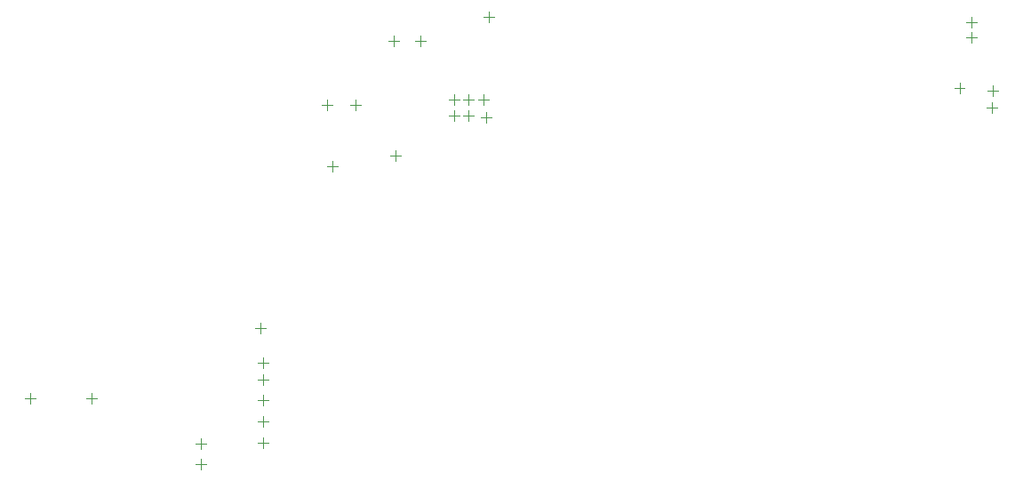
<source format=gbr>
%TF.GenerationSoftware,Altium Limited,Altium Designer,24.1.2 (44)*%
G04 Layer_Color=32896*
%FSLAX45Y45*%
%MOMM*%
%TF.SameCoordinates,57B3B6A3-E825-4013-9261-08072AB09D51*%
%TF.FilePolarity,Positive*%
%TF.FileFunction,Other,Bottom_Component_Center*%
%TF.Part,Single*%
G01*
G75*
%TA.AperFunction,NonConductor*%
%ADD88C,0.10000*%
D88*
X8547100Y7783406D02*
Y7883406D01*
X8497100Y7833406D02*
X8597100D01*
X8801100Y7785900D02*
Y7885900D01*
X8751100Y7835900D02*
X8851100D01*
X8178800Y7176300D02*
Y7276300D01*
X8128800Y7226300D02*
X8228800D01*
X7912100Y7176300D02*
Y7276300D01*
X7862100Y7226300D02*
X7962100D01*
X7962900Y6596100D02*
Y6696100D01*
X7912900Y6646100D02*
X8012900D01*
X8559800Y6696194D02*
Y6796194D01*
X8509800Y6746194D02*
X8609800D01*
X9423400Y7060100D02*
Y7160100D01*
X9373400Y7110100D02*
X9473400D01*
X9398000Y7228750D02*
Y7328750D01*
X9348000Y7278750D02*
X9448000D01*
X9258300Y7227100D02*
Y7327100D01*
X9208300Y7277100D02*
X9308300D01*
X9118600Y7227100D02*
Y7327100D01*
X9068600Y7277100D02*
X9168600D01*
X9118600Y7073050D02*
Y7173050D01*
X9068600Y7123050D02*
X9168600D01*
X9258300Y7076350D02*
Y7176350D01*
X9208300Y7126350D02*
X9308300D01*
X9448800Y8014500D02*
Y8114500D01*
X9398800Y8064500D02*
X9498800D01*
X7227100Y5105400D02*
X7327100D01*
X7277100Y5055400D02*
Y5155400D01*
X7252500Y4013200D02*
X7352500D01*
X7302500Y3963200D02*
Y4063200D01*
X7250850Y4419600D02*
X7350850D01*
X7300850Y4369600D02*
Y4469600D01*
X7250850Y4610100D02*
X7350850D01*
X7300850Y4560100D02*
Y4660100D01*
X7250850Y4775200D02*
X7350850D01*
X7300850Y4725200D02*
Y4825200D01*
X7250850Y4216400D02*
X7350850D01*
X7300850Y4166400D02*
Y4266400D01*
X6653700Y3810000D02*
X6753700D01*
X6703700Y3760000D02*
Y3860000D01*
X6653700Y4000500D02*
X6753700D01*
X6703700Y3950500D02*
Y4050500D01*
X5030000Y4432300D02*
X5130000D01*
X5080000Y4382300D02*
Y4482300D01*
X5664200Y4382300D02*
Y4482300D01*
X5614200Y4432300D02*
X5714200D01*
X13933099Y7341400D02*
Y7441400D01*
X13883099Y7391400D02*
X13983099D01*
X14047850Y7963700D02*
Y8063700D01*
X13997850Y8013700D02*
X14097850D01*
X14047850Y7824000D02*
Y7924000D01*
X13997850Y7874000D02*
X14097850D01*
X14238350Y7150900D02*
Y7250900D01*
X14188350Y7200900D02*
X14288350D01*
X14199400Y7364350D02*
X14299400D01*
X14249400Y7314350D02*
Y7414350D01*
%TF.MD5,00760e2bd041ffa32026f3d56328292d*%
M02*

</source>
